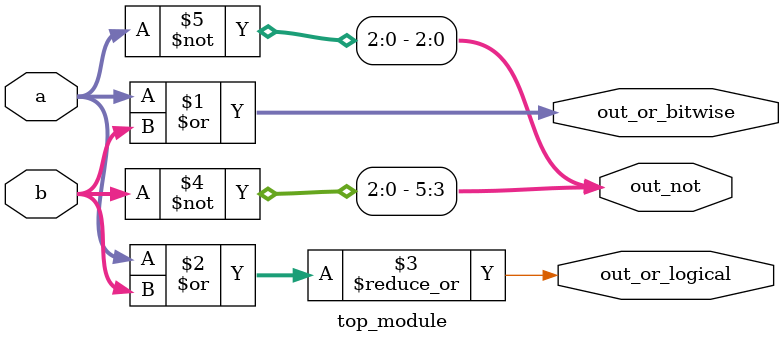
<source format=sv>
module top_module(
    input [2:0] a, 
    input [2:0] b, 
    output [2:0] out_or_bitwise,
    output out_or_logical,
    output [5:0] out_not
);

    // Bitwise OR of the two 3-bit vectors
    assign out_or_bitwise = a | b;
    
    // Logical OR of the two 3-bit vectors
    assign out_or_logical = |(a | b);
    
    // Inverse (NOT) of both vectors
    assign out_not[5:3] = ~b;
    assign out_not[2:0] = ~a;

endmodule

</source>
